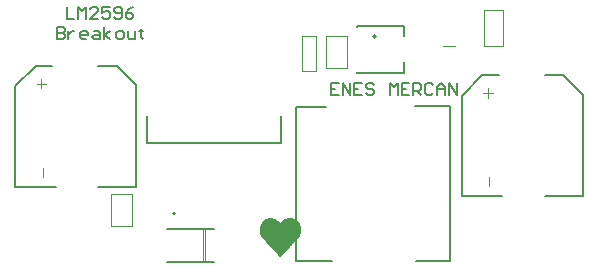
<source format=gto>
G04*
G04 #@! TF.GenerationSoftware,Altium Limited,Altium Designer,22.3.1 (43)*
G04*
G04 Layer_Color=65535*
%FSLAX25Y25*%
%MOIN*%
G70*
G04*
G04 #@! TF.SameCoordinates,148C8EC3-FA1E-4D1B-B791-449684C16175*
G04*
G04*
G04 #@! TF.FilePolarity,Positive*
G04*
G01*
G75*
%ADD10C,0.00787*%
%ADD11C,0.00600*%
%ADD12C,0.00394*%
%ADD13C,0.00500*%
%ADD14C,0.00591*%
G36*
X97836Y18853D02*
X97945D01*
Y18744D01*
X98271D01*
Y18635D01*
X98380D01*
Y18744D01*
X98488D01*
Y18635D01*
X98597D01*
Y18527D01*
X98706D01*
Y18418D01*
X98814D01*
Y18309D01*
X99140D01*
Y18201D01*
X99249D01*
Y18092D01*
X99358D01*
Y17983D01*
X99466D01*
Y17875D01*
X99575D01*
Y17766D01*
X99684D01*
Y17657D01*
X99792D01*
Y17549D01*
X99901D01*
Y17440D01*
X100010D01*
Y17331D01*
Y17223D01*
X100227D01*
Y17114D01*
X100118D01*
Y17005D01*
X100227D01*
Y16897D01*
X100336D01*
Y16788D01*
X100444D01*
Y16679D01*
Y16571D01*
Y16462D01*
X100553D01*
Y16353D01*
Y16245D01*
Y16136D01*
X100662D01*
Y16027D01*
X100553D01*
Y15919D01*
X100662D01*
Y15810D01*
Y15701D01*
Y15593D01*
X100770D01*
Y15484D01*
X100662D01*
Y15375D01*
X100770D01*
Y15267D01*
Y15158D01*
Y15049D01*
Y14941D01*
Y14832D01*
Y14723D01*
Y14615D01*
Y14506D01*
Y14397D01*
X100662D01*
Y14289D01*
X100770D01*
Y14180D01*
X100662D01*
Y14071D01*
Y13963D01*
Y13854D01*
X100553D01*
Y13745D01*
X100662D01*
Y13637D01*
X100553D01*
Y13528D01*
X100444D01*
Y13419D01*
Y13311D01*
Y13202D01*
X100336D01*
Y13093D01*
Y12985D01*
X100227D01*
Y12876D01*
Y12767D01*
X100118D01*
Y12659D01*
X100010D01*
Y12550D01*
X99901D01*
Y12441D01*
Y12333D01*
X99792D01*
Y12224D01*
Y12115D01*
X99575D01*
Y12007D01*
Y11898D01*
X99466D01*
Y11789D01*
X99358D01*
Y11681D01*
X99249D01*
Y11572D01*
X99140D01*
Y11463D01*
X99032D01*
Y11355D01*
X98923D01*
Y11246D01*
X98814D01*
Y11137D01*
X98706D01*
Y11029D01*
X98597D01*
Y10920D01*
X98488D01*
Y10811D01*
X98380D01*
Y10703D01*
X98271D01*
Y10594D01*
X98162D01*
Y10485D01*
X98054D01*
Y10377D01*
X97945D01*
Y10268D01*
X97836D01*
Y10159D01*
X97728D01*
Y10051D01*
X97619D01*
Y9942D01*
X97510D01*
Y9833D01*
Y9725D01*
X97293D01*
Y9616D01*
Y9507D01*
X97076D01*
Y9399D01*
Y9290D01*
X96967D01*
Y9181D01*
X96858D01*
Y9073D01*
X96750D01*
Y8964D01*
Y8855D01*
X96532D01*
Y8747D01*
Y8638D01*
X96315D01*
Y8529D01*
Y8421D01*
X96206D01*
Y8312D01*
X96098D01*
Y8203D01*
X95989D01*
Y8095D01*
X95880D01*
Y7986D01*
X95772D01*
Y7877D01*
X95663D01*
Y7769D01*
X95554D01*
Y7660D01*
X95446D01*
Y7551D01*
X95337D01*
Y7443D01*
X95228D01*
Y7334D01*
X95120D01*
Y7225D01*
X95011D01*
Y7117D01*
X94902D01*
Y7008D01*
X94794D01*
Y6899D01*
X94685D01*
Y6791D01*
X94576D01*
Y6682D01*
X94468D01*
Y6573D01*
X94359D01*
Y6465D01*
X94250D01*
Y6356D01*
X94142D01*
Y6247D01*
X94033D01*
Y6139D01*
X93924D01*
Y6030D01*
X93816D01*
Y5921D01*
X93707D01*
Y6030D01*
X93598D01*
Y6139D01*
X93490D01*
Y6247D01*
X93381D01*
Y6356D01*
X93490D01*
Y6465D01*
X93164D01*
Y6573D01*
Y6682D01*
X92946D01*
Y6791D01*
X93055D01*
Y6899D01*
X92729D01*
Y7008D01*
X92838D01*
Y7117D01*
X92512D01*
Y7225D01*
X92620D01*
Y7334D01*
X92403D01*
Y7443D01*
Y7551D01*
X92186D01*
Y7660D01*
Y7769D01*
X92077D01*
Y7877D01*
X91968D01*
Y7986D01*
X91860D01*
Y8095D01*
X91751D01*
Y8203D01*
X91642D01*
Y8312D01*
X91534D01*
Y8421D01*
X91425D01*
Y8529D01*
X91316D01*
Y8638D01*
X91208D01*
Y8747D01*
X91099D01*
Y8855D01*
X90990D01*
Y8964D01*
X90882D01*
Y9073D01*
X90773D01*
Y9181D01*
X90664D01*
Y9290D01*
X90556D01*
Y9399D01*
X90447D01*
Y9507D01*
X90338D01*
Y9616D01*
X90230D01*
Y9725D01*
X90121D01*
Y9833D01*
Y9942D01*
X89904D01*
Y10051D01*
Y10159D01*
X89686D01*
Y10268D01*
Y10377D01*
X89578D01*
Y10485D01*
X89469D01*
Y10594D01*
X89360D01*
Y10703D01*
X89252D01*
Y10811D01*
X89143D01*
Y10920D01*
Y11029D01*
X88926D01*
Y11137D01*
Y11246D01*
X88817D01*
Y11355D01*
X88708D01*
Y11463D01*
X88600D01*
Y11572D01*
X88491D01*
Y11681D01*
X88382D01*
Y11789D01*
X88274D01*
Y11898D01*
X88165D01*
Y12007D01*
X88056D01*
Y12115D01*
X87948D01*
Y12224D01*
X87839D01*
Y12333D01*
X87730D01*
Y12441D01*
X87622D01*
Y12550D01*
X87513D01*
Y12659D01*
X87622D01*
Y12767D01*
X87404D01*
Y12876D01*
Y12985D01*
X87296D01*
Y13093D01*
Y13202D01*
Y13311D01*
X87187D01*
Y13419D01*
X87078D01*
Y13528D01*
X87187D01*
Y13637D01*
X87078D01*
Y13745D01*
Y13854D01*
Y13963D01*
X86970D01*
Y14071D01*
X86861D01*
Y14180D01*
X86970D01*
Y14289D01*
X86861D01*
Y14397D01*
X86970D01*
Y14506D01*
X86861D01*
Y14615D01*
X86970D01*
Y14723D01*
X86861D01*
Y14832D01*
Y14941D01*
Y15049D01*
X86970D01*
Y15158D01*
X86861D01*
Y15267D01*
X86970D01*
Y15375D01*
X86861D01*
Y15484D01*
X86970D01*
Y15593D01*
X86861D01*
Y15701D01*
X86970D01*
Y15810D01*
Y15919D01*
Y16027D01*
X87078D01*
Y16136D01*
Y16245D01*
Y16353D01*
X87187D01*
Y16462D01*
Y16571D01*
Y16679D01*
X87296D01*
Y16788D01*
X87404D01*
Y16897D01*
Y17005D01*
Y17114D01*
X87513D01*
Y17223D01*
X87622D01*
Y17331D01*
X87730D01*
Y17440D01*
X87839D01*
Y17549D01*
X87730D01*
Y17657D01*
X87948D01*
Y17766D01*
Y17875D01*
X88165D01*
Y17983D01*
Y18092D01*
X88491D01*
Y18201D01*
Y18309D01*
X88708D01*
Y18418D01*
X88817D01*
Y18527D01*
X89143D01*
Y18635D01*
X89252D01*
Y18744D01*
X89578D01*
Y18853D01*
X89686D01*
Y18744D01*
X89795D01*
Y18853D01*
X89904D01*
Y18961D01*
X90012D01*
Y18853D01*
X90121D01*
Y18961D01*
X90230D01*
Y18853D01*
X90338D01*
Y18961D01*
X90882D01*
Y18853D01*
X90990D01*
Y18961D01*
X91099D01*
Y18853D01*
X91208D01*
Y18961D01*
X91316D01*
Y18853D01*
X91425D01*
Y18744D01*
X91534D01*
Y18853D01*
X91642D01*
Y18744D01*
X91968D01*
Y18635D01*
X92077D01*
Y18527D01*
X92403D01*
Y18418D01*
X92512D01*
Y18309D01*
X92838D01*
Y18201D01*
Y18092D01*
X93055D01*
Y17983D01*
X93164D01*
Y17875D01*
X93272D01*
Y17766D01*
X93381D01*
Y17657D01*
X93490D01*
Y17549D01*
X93598D01*
Y17440D01*
X93707D01*
Y17331D01*
X93816D01*
Y17223D01*
X93924D01*
Y17331D01*
X94033D01*
Y17440D01*
X94142D01*
Y17549D01*
X94250D01*
Y17657D01*
X94359D01*
Y17766D01*
X94468D01*
Y17875D01*
X94576D01*
Y17983D01*
X94685D01*
Y18092D01*
X94794D01*
Y18201D01*
X94902D01*
Y18309D01*
X95120D01*
Y18418D01*
Y18527D01*
X95228D01*
Y18418D01*
X95337D01*
Y18527D01*
X95446D01*
Y18635D01*
X95772D01*
Y18744D01*
X96098D01*
Y18853D01*
X96424D01*
Y18961D01*
X96532D01*
Y18853D01*
X96641D01*
Y18961D01*
X96750D01*
Y18853D01*
X96858D01*
Y18961D01*
X97184D01*
Y18853D01*
X97293D01*
Y18961D01*
X97402D01*
Y18853D01*
X97510D01*
Y18961D01*
X97619D01*
Y18853D01*
X97728D01*
Y18961D01*
X97836D01*
Y18853D01*
D02*
G37*
D10*
X58760Y20571D02*
G03*
X58760Y20571I-394J0D01*
G01*
X98963Y56138D02*
X109153D01*
X98963Y4738D02*
X110925D01*
X98963D02*
Y56138D01*
X139075Y4812D02*
X150208D01*
X138583Y56212D02*
X150208D01*
Y4812D02*
Y56212D01*
X22510Y89289D02*
Y85353D01*
X25134D01*
X26446D02*
Y89289D01*
X27758Y87977D01*
X29070Y89289D01*
Y85353D01*
X33005D02*
X30382D01*
X33005Y87977D01*
Y88633D01*
X32350Y89289D01*
X31038D01*
X30382Y88633D01*
X36941Y89289D02*
X34317D01*
Y87321D01*
X35629Y87977D01*
X36285D01*
X36941Y87321D01*
Y86009D01*
X36285Y85353D01*
X34973D01*
X34317Y86009D01*
X38253D02*
X38909Y85353D01*
X40221D01*
X40877Y86009D01*
Y88633D01*
X40221Y89289D01*
X38909D01*
X38253Y88633D01*
Y87977D01*
X38909Y87321D01*
X40877D01*
X44813Y89289D02*
X43501Y88633D01*
X42189Y87321D01*
Y86009D01*
X42845Y85353D01*
X44157D01*
X44813Y86009D01*
Y86665D01*
X44157Y87321D01*
X42189D01*
X19230Y82676D02*
Y78740D01*
X21198D01*
X21854Y79396D01*
Y80052D01*
X21198Y80708D01*
X19230D01*
X21198D01*
X21854Y81364D01*
Y82020D01*
X21198Y82676D01*
X19230D01*
X23166Y81364D02*
Y78740D01*
Y80052D01*
X23822Y80708D01*
X24478Y81364D01*
X25134D01*
X29070Y78740D02*
X27758D01*
X27102Y79396D01*
Y80708D01*
X27758Y81364D01*
X29070D01*
X29726Y80708D01*
Y80052D01*
X27102D01*
X31694Y81364D02*
X33005D01*
X33661Y80708D01*
Y78740D01*
X31694D01*
X31038Y79396D01*
X31694Y80052D01*
X33661D01*
X34973Y78740D02*
Y82676D01*
Y80052D02*
X36941Y81364D01*
X34973Y80052D02*
X36941Y78740D01*
X39565D02*
X40877D01*
X41533Y79396D01*
Y80708D01*
X40877Y81364D01*
X39565D01*
X38909Y80708D01*
Y79396D01*
X39565Y78740D01*
X42845Y81364D02*
Y79396D01*
X43501Y78740D01*
X45469D01*
Y81364D01*
X47436Y82020D02*
Y81364D01*
X46781D01*
X48092D01*
X47436D01*
Y79396D01*
X48092Y78740D01*
D11*
X125697Y79528D02*
G03*
X125697Y79528I-500J0D01*
G01*
X5391Y29406D02*
X18898D01*
X33071D02*
X45791D01*
Y63265D01*
X39249Y69806D02*
X45791Y63265D01*
X33071Y69806D02*
X39249D01*
X12326D02*
X17717D01*
X5391Y62871D02*
X12326Y69806D01*
X5391Y29406D02*
Y62871D01*
X154209Y26257D02*
X167717D01*
X181890D02*
X194609D01*
Y60115D01*
X188068Y66657D02*
X194609Y60115D01*
X181890Y66657D02*
X188068D01*
X161145D02*
X166535D01*
X154209Y59721D02*
X161145Y66657D01*
X154209Y26257D02*
Y59721D01*
X119265Y67397D02*
Y67601D01*
Y82997D02*
X135065D01*
Y67397D02*
Y70837D01*
X119265Y67397D02*
X135065D01*
X119265Y82797D02*
Y82997D01*
X135065Y79557D02*
Y82997D01*
X55980Y4442D02*
X71579D01*
X55980Y15243D02*
X71579D01*
D12*
X14567Y32677D02*
Y35827D01*
X12598Y63779D02*
X15748D01*
X14173Y62205D02*
Y65354D01*
X163386Y29528D02*
Y32677D01*
X161417Y60630D02*
X164567D01*
X162992Y59055D02*
Y62205D01*
X148126Y76476D02*
X152063D01*
X108949Y79736D02*
X116051D01*
Y69083D02*
Y79736D01*
X108949Y69083D02*
X116051D01*
X108949D02*
Y79736D01*
X37394Y16327D02*
X44496D01*
X37394D02*
Y26980D01*
X44496D01*
Y16327D02*
Y26980D01*
X167913Y76476D02*
Y88287D01*
X161614Y76476D02*
X167913D01*
X161614D02*
Y88287D01*
X167913D01*
X101083Y68104D02*
X105807D01*
Y79550D01*
X101083D02*
X105807D01*
X101083Y68104D02*
Y79550D01*
X68012Y4429D02*
Y15256D01*
X68799Y4429D02*
Y15256D01*
X68898Y4528D02*
X69685D01*
D13*
X49417Y43878D02*
Y52874D01*
Y43878D02*
X94099D01*
Y52854D01*
D14*
X113228Y63975D02*
X110604D01*
Y60039D01*
X113228D01*
X110604Y62007D02*
X111916D01*
X114540Y60039D02*
Y63975D01*
X117163Y60039D01*
Y63975D01*
X121099D02*
X118475D01*
Y60039D01*
X121099D01*
X118475Y62007D02*
X119787D01*
X125035Y63319D02*
X124379Y63975D01*
X123067D01*
X122411Y63319D01*
Y62663D01*
X123067Y62007D01*
X124379D01*
X125035Y61351D01*
Y60695D01*
X124379Y60039D01*
X123067D01*
X122411Y60695D01*
X130283Y60039D02*
Y63975D01*
X131595Y62663D01*
X132906Y63975D01*
Y60039D01*
X136842Y63975D02*
X134218D01*
Y60039D01*
X136842D01*
X134218Y62007D02*
X135530D01*
X138154Y60039D02*
Y63975D01*
X140122D01*
X140778Y63319D01*
Y62007D01*
X140122Y61351D01*
X138154D01*
X139466D02*
X140778Y60039D01*
X144714Y63319D02*
X144058Y63975D01*
X142746D01*
X142090Y63319D01*
Y60695D01*
X142746Y60039D01*
X144058D01*
X144714Y60695D01*
X146026Y60039D02*
Y62663D01*
X147337Y63975D01*
X148649Y62663D01*
Y60039D01*
Y62007D01*
X146026D01*
X149961Y60039D02*
Y63975D01*
X152585Y60039D01*
Y63975D01*
M02*

</source>
